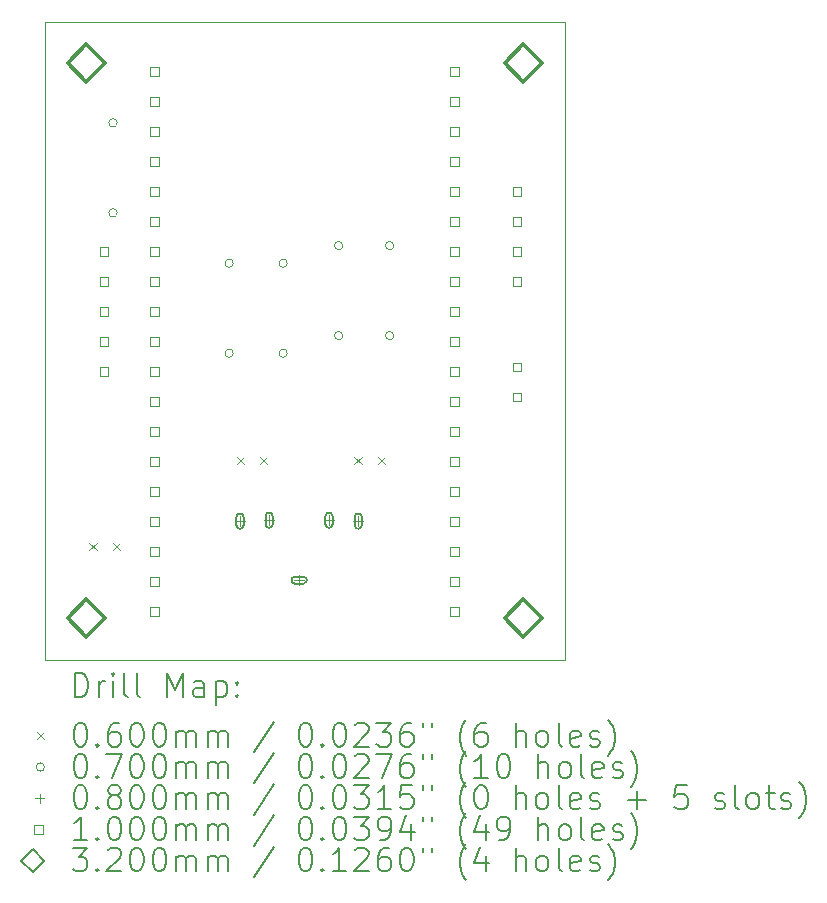
<source format=gbr>
%FSLAX45Y45*%
G04 Gerber Fmt 4.5, Leading zero omitted, Abs format (unit mm)*
G04 Created by KiCad (PCBNEW (6.0.5)) date 2022-06-24 16:52:56*
%MOMM*%
%LPD*%
G01*
G04 APERTURE LIST*
%TA.AperFunction,Profile*%
%ADD10C,0.100000*%
%TD*%
%ADD11C,0.200000*%
%ADD12C,0.060000*%
%ADD13C,0.070000*%
%ADD14C,0.080000*%
%ADD15C,0.100000*%
%ADD16C,0.320000*%
G04 APERTURE END LIST*
D10*
X9300000Y-6450000D02*
X13700000Y-6450000D01*
X13700000Y-6450000D02*
X13700000Y-11850000D01*
X13700000Y-11850000D02*
X9300000Y-11850000D01*
X9300000Y-11850000D02*
X9300000Y-6450000D01*
D11*
D12*
X9676000Y-10865000D02*
X9736000Y-10925000D01*
X9736000Y-10865000D02*
X9676000Y-10925000D01*
X9876000Y-10865000D02*
X9936000Y-10925000D01*
X9936000Y-10865000D02*
X9876000Y-10925000D01*
X10922260Y-10130000D02*
X10982260Y-10190000D01*
X10982260Y-10130000D02*
X10922260Y-10190000D01*
X11122260Y-10130000D02*
X11182260Y-10190000D01*
X11182260Y-10130000D02*
X11122260Y-10190000D01*
X11919560Y-10130000D02*
X11979560Y-10190000D01*
X11979560Y-10130000D02*
X11919560Y-10190000D01*
X12119560Y-10130000D02*
X12179560Y-10190000D01*
X12179560Y-10130000D02*
X12119560Y-10190000D01*
D13*
X9910000Y-7304000D02*
G75*
G03*
X9910000Y-7304000I-35000J0D01*
G01*
X9910000Y-8066000D02*
G75*
G03*
X9910000Y-8066000I-35000J0D01*
G01*
X10892800Y-8493000D02*
G75*
G03*
X10892800Y-8493000I-35000J0D01*
G01*
X10892800Y-9255000D02*
G75*
G03*
X10892800Y-9255000I-35000J0D01*
G01*
X11350000Y-8493000D02*
G75*
G03*
X11350000Y-8493000I-35000J0D01*
G01*
X11350000Y-9255000D02*
G75*
G03*
X11350000Y-9255000I-35000J0D01*
G01*
X11820600Y-8343900D02*
G75*
G03*
X11820600Y-8343900I-35000J0D01*
G01*
X11820600Y-9105900D02*
G75*
G03*
X11820600Y-9105900I-35000J0D01*
G01*
X12252400Y-8343900D02*
G75*
G03*
X12252400Y-8343900I-35000J0D01*
G01*
X12252400Y-9105900D02*
G75*
G03*
X12252400Y-9105900I-35000J0D01*
G01*
D14*
X10950550Y-10636000D02*
X10950550Y-10716000D01*
X10910550Y-10676000D02*
X10990550Y-10676000D01*
D11*
X10980550Y-10711000D02*
X10980550Y-10641000D01*
X10920550Y-10711000D02*
X10920550Y-10641000D01*
X10980550Y-10641000D02*
G75*
G03*
X10920550Y-10641000I-30000J0D01*
G01*
X10920550Y-10711000D02*
G75*
G03*
X10980550Y-10711000I30000J0D01*
G01*
D14*
X11196550Y-10628000D02*
X11196550Y-10708000D01*
X11156550Y-10668000D02*
X11236550Y-10668000D01*
D11*
X11226550Y-10703000D02*
X11226550Y-10633000D01*
X11166550Y-10703000D02*
X11166550Y-10633000D01*
X11226550Y-10633000D02*
G75*
G03*
X11166550Y-10633000I-30000J0D01*
G01*
X11166550Y-10703000D02*
G75*
G03*
X11226550Y-10703000I30000J0D01*
G01*
D14*
X11450550Y-11136000D02*
X11450550Y-11216000D01*
X11410550Y-11176000D02*
X11490550Y-11176000D01*
D11*
X11415550Y-11206000D02*
X11485550Y-11206000D01*
X11415550Y-11146000D02*
X11485550Y-11146000D01*
X11485550Y-11206000D02*
G75*
G03*
X11485550Y-11146000I0J30000D01*
G01*
X11415550Y-11146000D02*
G75*
G03*
X11415550Y-11206000I0J-30000D01*
G01*
D14*
X11703839Y-10628461D02*
X11703839Y-10708461D01*
X11663839Y-10668461D02*
X11743839Y-10668461D01*
D11*
X11733839Y-10703461D02*
X11733839Y-10633461D01*
X11673839Y-10703461D02*
X11673839Y-10633461D01*
X11733839Y-10633461D02*
G75*
G03*
X11673839Y-10633461I-30000J0D01*
G01*
X11673839Y-10703461D02*
G75*
G03*
X11733839Y-10703461I30000J0D01*
G01*
D14*
X11950550Y-10636000D02*
X11950550Y-10716000D01*
X11910550Y-10676000D02*
X11990550Y-10676000D01*
D11*
X11980550Y-10711000D02*
X11980550Y-10641000D01*
X11920550Y-10711000D02*
X11920550Y-10641000D01*
X11980550Y-10641000D02*
G75*
G03*
X11920550Y-10641000I-30000J0D01*
G01*
X11920550Y-10711000D02*
G75*
G03*
X11980550Y-10711000I30000J0D01*
G01*
D15*
X9835356Y-8427856D02*
X9835356Y-8357144D01*
X9764644Y-8357144D01*
X9764644Y-8427856D01*
X9835356Y-8427856D01*
X9835356Y-8681856D02*
X9835356Y-8611144D01*
X9764644Y-8611144D01*
X9764644Y-8681856D01*
X9835356Y-8681856D01*
X9835356Y-8935856D02*
X9835356Y-8865144D01*
X9764644Y-8865144D01*
X9764644Y-8935856D01*
X9835356Y-8935856D01*
X9835356Y-9189856D02*
X9835356Y-9119144D01*
X9764644Y-9119144D01*
X9764644Y-9189856D01*
X9835356Y-9189856D01*
X9835356Y-9443856D02*
X9835356Y-9373144D01*
X9764644Y-9373144D01*
X9764644Y-9443856D01*
X9835356Y-9443856D01*
X10260956Y-6904506D02*
X10260956Y-6833795D01*
X10190245Y-6833795D01*
X10190245Y-6904506D01*
X10260956Y-6904506D01*
X10260956Y-7158506D02*
X10260956Y-7087795D01*
X10190245Y-7087795D01*
X10190245Y-7158506D01*
X10260956Y-7158506D01*
X10260956Y-7412506D02*
X10260956Y-7341795D01*
X10190245Y-7341795D01*
X10190245Y-7412506D01*
X10260956Y-7412506D01*
X10260956Y-7666506D02*
X10260956Y-7595795D01*
X10190245Y-7595795D01*
X10190245Y-7666506D01*
X10260956Y-7666506D01*
X10260956Y-7920506D02*
X10260956Y-7849795D01*
X10190245Y-7849795D01*
X10190245Y-7920506D01*
X10260956Y-7920506D01*
X10260956Y-8174506D02*
X10260956Y-8103795D01*
X10190245Y-8103795D01*
X10190245Y-8174506D01*
X10260956Y-8174506D01*
X10260956Y-8428506D02*
X10260956Y-8357795D01*
X10190245Y-8357795D01*
X10190245Y-8428506D01*
X10260956Y-8428506D01*
X10260956Y-8682506D02*
X10260956Y-8611795D01*
X10190245Y-8611795D01*
X10190245Y-8682506D01*
X10260956Y-8682506D01*
X10260956Y-8936506D02*
X10260956Y-8865795D01*
X10190245Y-8865795D01*
X10190245Y-8936506D01*
X10260956Y-8936506D01*
X10260956Y-9190506D02*
X10260956Y-9119795D01*
X10190245Y-9119795D01*
X10190245Y-9190506D01*
X10260956Y-9190506D01*
X10260956Y-9444506D02*
X10260956Y-9373795D01*
X10190245Y-9373795D01*
X10190245Y-9444506D01*
X10260956Y-9444506D01*
X10260956Y-9698506D02*
X10260956Y-9627795D01*
X10190245Y-9627795D01*
X10190245Y-9698506D01*
X10260956Y-9698506D01*
X10260956Y-9952506D02*
X10260956Y-9881795D01*
X10190245Y-9881795D01*
X10190245Y-9952506D01*
X10260956Y-9952506D01*
X10260956Y-10206506D02*
X10260956Y-10135795D01*
X10190245Y-10135795D01*
X10190245Y-10206506D01*
X10260956Y-10206506D01*
X10260956Y-10460506D02*
X10260956Y-10389795D01*
X10190245Y-10389795D01*
X10190245Y-10460506D01*
X10260956Y-10460506D01*
X10260956Y-10714506D02*
X10260956Y-10643795D01*
X10190245Y-10643795D01*
X10190245Y-10714506D01*
X10260956Y-10714506D01*
X10260956Y-10968506D02*
X10260956Y-10897795D01*
X10190245Y-10897795D01*
X10190245Y-10968506D01*
X10260956Y-10968506D01*
X10260956Y-11222506D02*
X10260956Y-11151795D01*
X10190245Y-11151795D01*
X10190245Y-11222506D01*
X10260956Y-11222506D01*
X10260956Y-11476506D02*
X10260956Y-11405795D01*
X10190245Y-11405795D01*
X10190245Y-11476506D01*
X10260956Y-11476506D01*
X12800956Y-6904506D02*
X12800956Y-6833795D01*
X12730245Y-6833795D01*
X12730245Y-6904506D01*
X12800956Y-6904506D01*
X12800956Y-7158506D02*
X12800956Y-7087795D01*
X12730245Y-7087795D01*
X12730245Y-7158506D01*
X12800956Y-7158506D01*
X12800956Y-7412506D02*
X12800956Y-7341795D01*
X12730245Y-7341795D01*
X12730245Y-7412506D01*
X12800956Y-7412506D01*
X12800956Y-7666506D02*
X12800956Y-7595795D01*
X12730245Y-7595795D01*
X12730245Y-7666506D01*
X12800956Y-7666506D01*
X12800956Y-7920506D02*
X12800956Y-7849795D01*
X12730245Y-7849795D01*
X12730245Y-7920506D01*
X12800956Y-7920506D01*
X12800956Y-8174506D02*
X12800956Y-8103795D01*
X12730245Y-8103795D01*
X12730245Y-8174506D01*
X12800956Y-8174506D01*
X12800956Y-8428506D02*
X12800956Y-8357795D01*
X12730245Y-8357795D01*
X12730245Y-8428506D01*
X12800956Y-8428506D01*
X12800956Y-8682506D02*
X12800956Y-8611795D01*
X12730245Y-8611795D01*
X12730245Y-8682506D01*
X12800956Y-8682506D01*
X12800956Y-8936506D02*
X12800956Y-8865795D01*
X12730245Y-8865795D01*
X12730245Y-8936506D01*
X12800956Y-8936506D01*
X12800956Y-9190506D02*
X12800956Y-9119795D01*
X12730245Y-9119795D01*
X12730245Y-9190506D01*
X12800956Y-9190506D01*
X12800956Y-9444506D02*
X12800956Y-9373795D01*
X12730245Y-9373795D01*
X12730245Y-9444506D01*
X12800956Y-9444506D01*
X12800956Y-9698506D02*
X12800956Y-9627795D01*
X12730245Y-9627795D01*
X12730245Y-9698506D01*
X12800956Y-9698506D01*
X12800956Y-9952506D02*
X12800956Y-9881795D01*
X12730245Y-9881795D01*
X12730245Y-9952506D01*
X12800956Y-9952506D01*
X12800956Y-10206506D02*
X12800956Y-10135795D01*
X12730245Y-10135795D01*
X12730245Y-10206506D01*
X12800956Y-10206506D01*
X12800956Y-10460506D02*
X12800956Y-10389795D01*
X12730245Y-10389795D01*
X12730245Y-10460506D01*
X12800956Y-10460506D01*
X12800956Y-10714506D02*
X12800956Y-10643795D01*
X12730245Y-10643795D01*
X12730245Y-10714506D01*
X12800956Y-10714506D01*
X12800956Y-10968506D02*
X12800956Y-10897795D01*
X12730245Y-10897795D01*
X12730245Y-10968506D01*
X12800956Y-10968506D01*
X12800956Y-11222506D02*
X12800956Y-11151795D01*
X12730245Y-11151795D01*
X12730245Y-11222506D01*
X12800956Y-11222506D01*
X12800956Y-11476506D02*
X12800956Y-11405795D01*
X12730245Y-11405795D01*
X12730245Y-11476506D01*
X12800956Y-11476506D01*
X13332256Y-7922056D02*
X13332256Y-7851344D01*
X13261544Y-7851344D01*
X13261544Y-7922056D01*
X13332256Y-7922056D01*
X13332256Y-8176056D02*
X13332256Y-8105344D01*
X13261544Y-8105344D01*
X13261544Y-8176056D01*
X13332256Y-8176056D01*
X13332256Y-8430056D02*
X13332256Y-8359344D01*
X13261544Y-8359344D01*
X13261544Y-8430056D01*
X13332256Y-8430056D01*
X13332256Y-8684056D02*
X13332256Y-8613344D01*
X13261544Y-8613344D01*
X13261544Y-8684056D01*
X13332256Y-8684056D01*
X13332256Y-9407956D02*
X13332256Y-9337244D01*
X13261544Y-9337244D01*
X13261544Y-9407956D01*
X13332256Y-9407956D01*
X13332256Y-9661956D02*
X13332256Y-9591244D01*
X13261544Y-9591244D01*
X13261544Y-9661956D01*
X13332256Y-9661956D01*
D16*
X9650000Y-6960000D02*
X9810000Y-6800000D01*
X9650000Y-6640000D01*
X9490000Y-6800000D01*
X9650000Y-6960000D01*
X9650000Y-11660000D02*
X9810000Y-11500000D01*
X9650000Y-11340000D01*
X9490000Y-11500000D01*
X9650000Y-11660000D01*
X13350000Y-6960000D02*
X13510000Y-6800000D01*
X13350000Y-6640000D01*
X13190000Y-6800000D01*
X13350000Y-6960000D01*
X13350000Y-11660000D02*
X13510000Y-11500000D01*
X13350000Y-11340000D01*
X13190000Y-11500000D01*
X13350000Y-11660000D01*
D11*
X9552619Y-12165476D02*
X9552619Y-11965476D01*
X9600238Y-11965476D01*
X9628810Y-11975000D01*
X9647857Y-11994048D01*
X9657381Y-12013095D01*
X9666905Y-12051190D01*
X9666905Y-12079762D01*
X9657381Y-12117857D01*
X9647857Y-12136905D01*
X9628810Y-12155952D01*
X9600238Y-12165476D01*
X9552619Y-12165476D01*
X9752619Y-12165476D02*
X9752619Y-12032143D01*
X9752619Y-12070238D02*
X9762143Y-12051190D01*
X9771667Y-12041667D01*
X9790714Y-12032143D01*
X9809762Y-12032143D01*
X9876429Y-12165476D02*
X9876429Y-12032143D01*
X9876429Y-11965476D02*
X9866905Y-11975000D01*
X9876429Y-11984524D01*
X9885952Y-11975000D01*
X9876429Y-11965476D01*
X9876429Y-11984524D01*
X10000238Y-12165476D02*
X9981190Y-12155952D01*
X9971667Y-12136905D01*
X9971667Y-11965476D01*
X10105000Y-12165476D02*
X10085952Y-12155952D01*
X10076429Y-12136905D01*
X10076429Y-11965476D01*
X10333571Y-12165476D02*
X10333571Y-11965476D01*
X10400238Y-12108333D01*
X10466905Y-11965476D01*
X10466905Y-12165476D01*
X10647857Y-12165476D02*
X10647857Y-12060714D01*
X10638333Y-12041667D01*
X10619286Y-12032143D01*
X10581190Y-12032143D01*
X10562143Y-12041667D01*
X10647857Y-12155952D02*
X10628810Y-12165476D01*
X10581190Y-12165476D01*
X10562143Y-12155952D01*
X10552619Y-12136905D01*
X10552619Y-12117857D01*
X10562143Y-12098809D01*
X10581190Y-12089286D01*
X10628810Y-12089286D01*
X10647857Y-12079762D01*
X10743095Y-12032143D02*
X10743095Y-12232143D01*
X10743095Y-12041667D02*
X10762143Y-12032143D01*
X10800238Y-12032143D01*
X10819286Y-12041667D01*
X10828810Y-12051190D01*
X10838333Y-12070238D01*
X10838333Y-12127381D01*
X10828810Y-12146428D01*
X10819286Y-12155952D01*
X10800238Y-12165476D01*
X10762143Y-12165476D01*
X10743095Y-12155952D01*
X10924048Y-12146428D02*
X10933571Y-12155952D01*
X10924048Y-12165476D01*
X10914524Y-12155952D01*
X10924048Y-12146428D01*
X10924048Y-12165476D01*
X10924048Y-12041667D02*
X10933571Y-12051190D01*
X10924048Y-12060714D01*
X10914524Y-12051190D01*
X10924048Y-12041667D01*
X10924048Y-12060714D01*
D12*
X9235000Y-12465000D02*
X9295000Y-12525000D01*
X9295000Y-12465000D02*
X9235000Y-12525000D01*
D11*
X9590714Y-12385476D02*
X9609762Y-12385476D01*
X9628810Y-12395000D01*
X9638333Y-12404524D01*
X9647857Y-12423571D01*
X9657381Y-12461667D01*
X9657381Y-12509286D01*
X9647857Y-12547381D01*
X9638333Y-12566428D01*
X9628810Y-12575952D01*
X9609762Y-12585476D01*
X9590714Y-12585476D01*
X9571667Y-12575952D01*
X9562143Y-12566428D01*
X9552619Y-12547381D01*
X9543095Y-12509286D01*
X9543095Y-12461667D01*
X9552619Y-12423571D01*
X9562143Y-12404524D01*
X9571667Y-12395000D01*
X9590714Y-12385476D01*
X9743095Y-12566428D02*
X9752619Y-12575952D01*
X9743095Y-12585476D01*
X9733571Y-12575952D01*
X9743095Y-12566428D01*
X9743095Y-12585476D01*
X9924048Y-12385476D02*
X9885952Y-12385476D01*
X9866905Y-12395000D01*
X9857381Y-12404524D01*
X9838333Y-12433095D01*
X9828810Y-12471190D01*
X9828810Y-12547381D01*
X9838333Y-12566428D01*
X9847857Y-12575952D01*
X9866905Y-12585476D01*
X9905000Y-12585476D01*
X9924048Y-12575952D01*
X9933571Y-12566428D01*
X9943095Y-12547381D01*
X9943095Y-12499762D01*
X9933571Y-12480714D01*
X9924048Y-12471190D01*
X9905000Y-12461667D01*
X9866905Y-12461667D01*
X9847857Y-12471190D01*
X9838333Y-12480714D01*
X9828810Y-12499762D01*
X10066905Y-12385476D02*
X10085952Y-12385476D01*
X10105000Y-12395000D01*
X10114524Y-12404524D01*
X10124048Y-12423571D01*
X10133571Y-12461667D01*
X10133571Y-12509286D01*
X10124048Y-12547381D01*
X10114524Y-12566428D01*
X10105000Y-12575952D01*
X10085952Y-12585476D01*
X10066905Y-12585476D01*
X10047857Y-12575952D01*
X10038333Y-12566428D01*
X10028810Y-12547381D01*
X10019286Y-12509286D01*
X10019286Y-12461667D01*
X10028810Y-12423571D01*
X10038333Y-12404524D01*
X10047857Y-12395000D01*
X10066905Y-12385476D01*
X10257381Y-12385476D02*
X10276429Y-12385476D01*
X10295476Y-12395000D01*
X10305000Y-12404524D01*
X10314524Y-12423571D01*
X10324048Y-12461667D01*
X10324048Y-12509286D01*
X10314524Y-12547381D01*
X10305000Y-12566428D01*
X10295476Y-12575952D01*
X10276429Y-12585476D01*
X10257381Y-12585476D01*
X10238333Y-12575952D01*
X10228810Y-12566428D01*
X10219286Y-12547381D01*
X10209762Y-12509286D01*
X10209762Y-12461667D01*
X10219286Y-12423571D01*
X10228810Y-12404524D01*
X10238333Y-12395000D01*
X10257381Y-12385476D01*
X10409762Y-12585476D02*
X10409762Y-12452143D01*
X10409762Y-12471190D02*
X10419286Y-12461667D01*
X10438333Y-12452143D01*
X10466905Y-12452143D01*
X10485952Y-12461667D01*
X10495476Y-12480714D01*
X10495476Y-12585476D01*
X10495476Y-12480714D02*
X10505000Y-12461667D01*
X10524048Y-12452143D01*
X10552619Y-12452143D01*
X10571667Y-12461667D01*
X10581190Y-12480714D01*
X10581190Y-12585476D01*
X10676429Y-12585476D02*
X10676429Y-12452143D01*
X10676429Y-12471190D02*
X10685952Y-12461667D01*
X10705000Y-12452143D01*
X10733571Y-12452143D01*
X10752619Y-12461667D01*
X10762143Y-12480714D01*
X10762143Y-12585476D01*
X10762143Y-12480714D02*
X10771667Y-12461667D01*
X10790714Y-12452143D01*
X10819286Y-12452143D01*
X10838333Y-12461667D01*
X10847857Y-12480714D01*
X10847857Y-12585476D01*
X11238333Y-12375952D02*
X11066905Y-12633095D01*
X11495476Y-12385476D02*
X11514524Y-12385476D01*
X11533571Y-12395000D01*
X11543095Y-12404524D01*
X11552619Y-12423571D01*
X11562143Y-12461667D01*
X11562143Y-12509286D01*
X11552619Y-12547381D01*
X11543095Y-12566428D01*
X11533571Y-12575952D01*
X11514524Y-12585476D01*
X11495476Y-12585476D01*
X11476428Y-12575952D01*
X11466905Y-12566428D01*
X11457381Y-12547381D01*
X11447857Y-12509286D01*
X11447857Y-12461667D01*
X11457381Y-12423571D01*
X11466905Y-12404524D01*
X11476428Y-12395000D01*
X11495476Y-12385476D01*
X11647857Y-12566428D02*
X11657381Y-12575952D01*
X11647857Y-12585476D01*
X11638333Y-12575952D01*
X11647857Y-12566428D01*
X11647857Y-12585476D01*
X11781190Y-12385476D02*
X11800238Y-12385476D01*
X11819286Y-12395000D01*
X11828809Y-12404524D01*
X11838333Y-12423571D01*
X11847857Y-12461667D01*
X11847857Y-12509286D01*
X11838333Y-12547381D01*
X11828809Y-12566428D01*
X11819286Y-12575952D01*
X11800238Y-12585476D01*
X11781190Y-12585476D01*
X11762143Y-12575952D01*
X11752619Y-12566428D01*
X11743095Y-12547381D01*
X11733571Y-12509286D01*
X11733571Y-12461667D01*
X11743095Y-12423571D01*
X11752619Y-12404524D01*
X11762143Y-12395000D01*
X11781190Y-12385476D01*
X11924048Y-12404524D02*
X11933571Y-12395000D01*
X11952619Y-12385476D01*
X12000238Y-12385476D01*
X12019286Y-12395000D01*
X12028809Y-12404524D01*
X12038333Y-12423571D01*
X12038333Y-12442619D01*
X12028809Y-12471190D01*
X11914524Y-12585476D01*
X12038333Y-12585476D01*
X12105000Y-12385476D02*
X12228809Y-12385476D01*
X12162143Y-12461667D01*
X12190714Y-12461667D01*
X12209762Y-12471190D01*
X12219286Y-12480714D01*
X12228809Y-12499762D01*
X12228809Y-12547381D01*
X12219286Y-12566428D01*
X12209762Y-12575952D01*
X12190714Y-12585476D01*
X12133571Y-12585476D01*
X12114524Y-12575952D01*
X12105000Y-12566428D01*
X12400238Y-12385476D02*
X12362143Y-12385476D01*
X12343095Y-12395000D01*
X12333571Y-12404524D01*
X12314524Y-12433095D01*
X12305000Y-12471190D01*
X12305000Y-12547381D01*
X12314524Y-12566428D01*
X12324048Y-12575952D01*
X12343095Y-12585476D01*
X12381190Y-12585476D01*
X12400238Y-12575952D01*
X12409762Y-12566428D01*
X12419286Y-12547381D01*
X12419286Y-12499762D01*
X12409762Y-12480714D01*
X12400238Y-12471190D01*
X12381190Y-12461667D01*
X12343095Y-12461667D01*
X12324048Y-12471190D01*
X12314524Y-12480714D01*
X12305000Y-12499762D01*
X12495476Y-12385476D02*
X12495476Y-12423571D01*
X12571667Y-12385476D02*
X12571667Y-12423571D01*
X12866905Y-12661667D02*
X12857381Y-12652143D01*
X12838333Y-12623571D01*
X12828809Y-12604524D01*
X12819286Y-12575952D01*
X12809762Y-12528333D01*
X12809762Y-12490238D01*
X12819286Y-12442619D01*
X12828809Y-12414048D01*
X12838333Y-12395000D01*
X12857381Y-12366428D01*
X12866905Y-12356905D01*
X13028809Y-12385476D02*
X12990714Y-12385476D01*
X12971667Y-12395000D01*
X12962143Y-12404524D01*
X12943095Y-12433095D01*
X12933571Y-12471190D01*
X12933571Y-12547381D01*
X12943095Y-12566428D01*
X12952619Y-12575952D01*
X12971667Y-12585476D01*
X13009762Y-12585476D01*
X13028809Y-12575952D01*
X13038333Y-12566428D01*
X13047857Y-12547381D01*
X13047857Y-12499762D01*
X13038333Y-12480714D01*
X13028809Y-12471190D01*
X13009762Y-12461667D01*
X12971667Y-12461667D01*
X12952619Y-12471190D01*
X12943095Y-12480714D01*
X12933571Y-12499762D01*
X13285952Y-12585476D02*
X13285952Y-12385476D01*
X13371667Y-12585476D02*
X13371667Y-12480714D01*
X13362143Y-12461667D01*
X13343095Y-12452143D01*
X13314524Y-12452143D01*
X13295476Y-12461667D01*
X13285952Y-12471190D01*
X13495476Y-12585476D02*
X13476428Y-12575952D01*
X13466905Y-12566428D01*
X13457381Y-12547381D01*
X13457381Y-12490238D01*
X13466905Y-12471190D01*
X13476428Y-12461667D01*
X13495476Y-12452143D01*
X13524048Y-12452143D01*
X13543095Y-12461667D01*
X13552619Y-12471190D01*
X13562143Y-12490238D01*
X13562143Y-12547381D01*
X13552619Y-12566428D01*
X13543095Y-12575952D01*
X13524048Y-12585476D01*
X13495476Y-12585476D01*
X13676428Y-12585476D02*
X13657381Y-12575952D01*
X13647857Y-12556905D01*
X13647857Y-12385476D01*
X13828809Y-12575952D02*
X13809762Y-12585476D01*
X13771667Y-12585476D01*
X13752619Y-12575952D01*
X13743095Y-12556905D01*
X13743095Y-12480714D01*
X13752619Y-12461667D01*
X13771667Y-12452143D01*
X13809762Y-12452143D01*
X13828809Y-12461667D01*
X13838333Y-12480714D01*
X13838333Y-12499762D01*
X13743095Y-12518809D01*
X13914524Y-12575952D02*
X13933571Y-12585476D01*
X13971667Y-12585476D01*
X13990714Y-12575952D01*
X14000238Y-12556905D01*
X14000238Y-12547381D01*
X13990714Y-12528333D01*
X13971667Y-12518809D01*
X13943095Y-12518809D01*
X13924048Y-12509286D01*
X13914524Y-12490238D01*
X13914524Y-12480714D01*
X13924048Y-12461667D01*
X13943095Y-12452143D01*
X13971667Y-12452143D01*
X13990714Y-12461667D01*
X14066905Y-12661667D02*
X14076428Y-12652143D01*
X14095476Y-12623571D01*
X14105000Y-12604524D01*
X14114524Y-12575952D01*
X14124048Y-12528333D01*
X14124048Y-12490238D01*
X14114524Y-12442619D01*
X14105000Y-12414048D01*
X14095476Y-12395000D01*
X14076428Y-12366428D01*
X14066905Y-12356905D01*
D13*
X9295000Y-12759000D02*
G75*
G03*
X9295000Y-12759000I-35000J0D01*
G01*
D11*
X9590714Y-12649476D02*
X9609762Y-12649476D01*
X9628810Y-12659000D01*
X9638333Y-12668524D01*
X9647857Y-12687571D01*
X9657381Y-12725667D01*
X9657381Y-12773286D01*
X9647857Y-12811381D01*
X9638333Y-12830428D01*
X9628810Y-12839952D01*
X9609762Y-12849476D01*
X9590714Y-12849476D01*
X9571667Y-12839952D01*
X9562143Y-12830428D01*
X9552619Y-12811381D01*
X9543095Y-12773286D01*
X9543095Y-12725667D01*
X9552619Y-12687571D01*
X9562143Y-12668524D01*
X9571667Y-12659000D01*
X9590714Y-12649476D01*
X9743095Y-12830428D02*
X9752619Y-12839952D01*
X9743095Y-12849476D01*
X9733571Y-12839952D01*
X9743095Y-12830428D01*
X9743095Y-12849476D01*
X9819286Y-12649476D02*
X9952619Y-12649476D01*
X9866905Y-12849476D01*
X10066905Y-12649476D02*
X10085952Y-12649476D01*
X10105000Y-12659000D01*
X10114524Y-12668524D01*
X10124048Y-12687571D01*
X10133571Y-12725667D01*
X10133571Y-12773286D01*
X10124048Y-12811381D01*
X10114524Y-12830428D01*
X10105000Y-12839952D01*
X10085952Y-12849476D01*
X10066905Y-12849476D01*
X10047857Y-12839952D01*
X10038333Y-12830428D01*
X10028810Y-12811381D01*
X10019286Y-12773286D01*
X10019286Y-12725667D01*
X10028810Y-12687571D01*
X10038333Y-12668524D01*
X10047857Y-12659000D01*
X10066905Y-12649476D01*
X10257381Y-12649476D02*
X10276429Y-12649476D01*
X10295476Y-12659000D01*
X10305000Y-12668524D01*
X10314524Y-12687571D01*
X10324048Y-12725667D01*
X10324048Y-12773286D01*
X10314524Y-12811381D01*
X10305000Y-12830428D01*
X10295476Y-12839952D01*
X10276429Y-12849476D01*
X10257381Y-12849476D01*
X10238333Y-12839952D01*
X10228810Y-12830428D01*
X10219286Y-12811381D01*
X10209762Y-12773286D01*
X10209762Y-12725667D01*
X10219286Y-12687571D01*
X10228810Y-12668524D01*
X10238333Y-12659000D01*
X10257381Y-12649476D01*
X10409762Y-12849476D02*
X10409762Y-12716143D01*
X10409762Y-12735190D02*
X10419286Y-12725667D01*
X10438333Y-12716143D01*
X10466905Y-12716143D01*
X10485952Y-12725667D01*
X10495476Y-12744714D01*
X10495476Y-12849476D01*
X10495476Y-12744714D02*
X10505000Y-12725667D01*
X10524048Y-12716143D01*
X10552619Y-12716143D01*
X10571667Y-12725667D01*
X10581190Y-12744714D01*
X10581190Y-12849476D01*
X10676429Y-12849476D02*
X10676429Y-12716143D01*
X10676429Y-12735190D02*
X10685952Y-12725667D01*
X10705000Y-12716143D01*
X10733571Y-12716143D01*
X10752619Y-12725667D01*
X10762143Y-12744714D01*
X10762143Y-12849476D01*
X10762143Y-12744714D02*
X10771667Y-12725667D01*
X10790714Y-12716143D01*
X10819286Y-12716143D01*
X10838333Y-12725667D01*
X10847857Y-12744714D01*
X10847857Y-12849476D01*
X11238333Y-12639952D02*
X11066905Y-12897095D01*
X11495476Y-12649476D02*
X11514524Y-12649476D01*
X11533571Y-12659000D01*
X11543095Y-12668524D01*
X11552619Y-12687571D01*
X11562143Y-12725667D01*
X11562143Y-12773286D01*
X11552619Y-12811381D01*
X11543095Y-12830428D01*
X11533571Y-12839952D01*
X11514524Y-12849476D01*
X11495476Y-12849476D01*
X11476428Y-12839952D01*
X11466905Y-12830428D01*
X11457381Y-12811381D01*
X11447857Y-12773286D01*
X11447857Y-12725667D01*
X11457381Y-12687571D01*
X11466905Y-12668524D01*
X11476428Y-12659000D01*
X11495476Y-12649476D01*
X11647857Y-12830428D02*
X11657381Y-12839952D01*
X11647857Y-12849476D01*
X11638333Y-12839952D01*
X11647857Y-12830428D01*
X11647857Y-12849476D01*
X11781190Y-12649476D02*
X11800238Y-12649476D01*
X11819286Y-12659000D01*
X11828809Y-12668524D01*
X11838333Y-12687571D01*
X11847857Y-12725667D01*
X11847857Y-12773286D01*
X11838333Y-12811381D01*
X11828809Y-12830428D01*
X11819286Y-12839952D01*
X11800238Y-12849476D01*
X11781190Y-12849476D01*
X11762143Y-12839952D01*
X11752619Y-12830428D01*
X11743095Y-12811381D01*
X11733571Y-12773286D01*
X11733571Y-12725667D01*
X11743095Y-12687571D01*
X11752619Y-12668524D01*
X11762143Y-12659000D01*
X11781190Y-12649476D01*
X11924048Y-12668524D02*
X11933571Y-12659000D01*
X11952619Y-12649476D01*
X12000238Y-12649476D01*
X12019286Y-12659000D01*
X12028809Y-12668524D01*
X12038333Y-12687571D01*
X12038333Y-12706619D01*
X12028809Y-12735190D01*
X11914524Y-12849476D01*
X12038333Y-12849476D01*
X12105000Y-12649476D02*
X12238333Y-12649476D01*
X12152619Y-12849476D01*
X12400238Y-12649476D02*
X12362143Y-12649476D01*
X12343095Y-12659000D01*
X12333571Y-12668524D01*
X12314524Y-12697095D01*
X12305000Y-12735190D01*
X12305000Y-12811381D01*
X12314524Y-12830428D01*
X12324048Y-12839952D01*
X12343095Y-12849476D01*
X12381190Y-12849476D01*
X12400238Y-12839952D01*
X12409762Y-12830428D01*
X12419286Y-12811381D01*
X12419286Y-12763762D01*
X12409762Y-12744714D01*
X12400238Y-12735190D01*
X12381190Y-12725667D01*
X12343095Y-12725667D01*
X12324048Y-12735190D01*
X12314524Y-12744714D01*
X12305000Y-12763762D01*
X12495476Y-12649476D02*
X12495476Y-12687571D01*
X12571667Y-12649476D02*
X12571667Y-12687571D01*
X12866905Y-12925667D02*
X12857381Y-12916143D01*
X12838333Y-12887571D01*
X12828809Y-12868524D01*
X12819286Y-12839952D01*
X12809762Y-12792333D01*
X12809762Y-12754238D01*
X12819286Y-12706619D01*
X12828809Y-12678048D01*
X12838333Y-12659000D01*
X12857381Y-12630428D01*
X12866905Y-12620905D01*
X13047857Y-12849476D02*
X12933571Y-12849476D01*
X12990714Y-12849476D02*
X12990714Y-12649476D01*
X12971667Y-12678048D01*
X12952619Y-12697095D01*
X12933571Y-12706619D01*
X13171667Y-12649476D02*
X13190714Y-12649476D01*
X13209762Y-12659000D01*
X13219286Y-12668524D01*
X13228809Y-12687571D01*
X13238333Y-12725667D01*
X13238333Y-12773286D01*
X13228809Y-12811381D01*
X13219286Y-12830428D01*
X13209762Y-12839952D01*
X13190714Y-12849476D01*
X13171667Y-12849476D01*
X13152619Y-12839952D01*
X13143095Y-12830428D01*
X13133571Y-12811381D01*
X13124048Y-12773286D01*
X13124048Y-12725667D01*
X13133571Y-12687571D01*
X13143095Y-12668524D01*
X13152619Y-12659000D01*
X13171667Y-12649476D01*
X13476428Y-12849476D02*
X13476428Y-12649476D01*
X13562143Y-12849476D02*
X13562143Y-12744714D01*
X13552619Y-12725667D01*
X13533571Y-12716143D01*
X13505000Y-12716143D01*
X13485952Y-12725667D01*
X13476428Y-12735190D01*
X13685952Y-12849476D02*
X13666905Y-12839952D01*
X13657381Y-12830428D01*
X13647857Y-12811381D01*
X13647857Y-12754238D01*
X13657381Y-12735190D01*
X13666905Y-12725667D01*
X13685952Y-12716143D01*
X13714524Y-12716143D01*
X13733571Y-12725667D01*
X13743095Y-12735190D01*
X13752619Y-12754238D01*
X13752619Y-12811381D01*
X13743095Y-12830428D01*
X13733571Y-12839952D01*
X13714524Y-12849476D01*
X13685952Y-12849476D01*
X13866905Y-12849476D02*
X13847857Y-12839952D01*
X13838333Y-12820905D01*
X13838333Y-12649476D01*
X14019286Y-12839952D02*
X14000238Y-12849476D01*
X13962143Y-12849476D01*
X13943095Y-12839952D01*
X13933571Y-12820905D01*
X13933571Y-12744714D01*
X13943095Y-12725667D01*
X13962143Y-12716143D01*
X14000238Y-12716143D01*
X14019286Y-12725667D01*
X14028809Y-12744714D01*
X14028809Y-12763762D01*
X13933571Y-12782809D01*
X14105000Y-12839952D02*
X14124048Y-12849476D01*
X14162143Y-12849476D01*
X14181190Y-12839952D01*
X14190714Y-12820905D01*
X14190714Y-12811381D01*
X14181190Y-12792333D01*
X14162143Y-12782809D01*
X14133571Y-12782809D01*
X14114524Y-12773286D01*
X14105000Y-12754238D01*
X14105000Y-12744714D01*
X14114524Y-12725667D01*
X14133571Y-12716143D01*
X14162143Y-12716143D01*
X14181190Y-12725667D01*
X14257381Y-12925667D02*
X14266905Y-12916143D01*
X14285952Y-12887571D01*
X14295476Y-12868524D01*
X14305000Y-12839952D01*
X14314524Y-12792333D01*
X14314524Y-12754238D01*
X14305000Y-12706619D01*
X14295476Y-12678048D01*
X14285952Y-12659000D01*
X14266905Y-12630428D01*
X14257381Y-12620905D01*
D14*
X9255000Y-12983000D02*
X9255000Y-13063000D01*
X9215000Y-13023000D02*
X9295000Y-13023000D01*
D11*
X9590714Y-12913476D02*
X9609762Y-12913476D01*
X9628810Y-12923000D01*
X9638333Y-12932524D01*
X9647857Y-12951571D01*
X9657381Y-12989667D01*
X9657381Y-13037286D01*
X9647857Y-13075381D01*
X9638333Y-13094428D01*
X9628810Y-13103952D01*
X9609762Y-13113476D01*
X9590714Y-13113476D01*
X9571667Y-13103952D01*
X9562143Y-13094428D01*
X9552619Y-13075381D01*
X9543095Y-13037286D01*
X9543095Y-12989667D01*
X9552619Y-12951571D01*
X9562143Y-12932524D01*
X9571667Y-12923000D01*
X9590714Y-12913476D01*
X9743095Y-13094428D02*
X9752619Y-13103952D01*
X9743095Y-13113476D01*
X9733571Y-13103952D01*
X9743095Y-13094428D01*
X9743095Y-13113476D01*
X9866905Y-12999190D02*
X9847857Y-12989667D01*
X9838333Y-12980143D01*
X9828810Y-12961095D01*
X9828810Y-12951571D01*
X9838333Y-12932524D01*
X9847857Y-12923000D01*
X9866905Y-12913476D01*
X9905000Y-12913476D01*
X9924048Y-12923000D01*
X9933571Y-12932524D01*
X9943095Y-12951571D01*
X9943095Y-12961095D01*
X9933571Y-12980143D01*
X9924048Y-12989667D01*
X9905000Y-12999190D01*
X9866905Y-12999190D01*
X9847857Y-13008714D01*
X9838333Y-13018238D01*
X9828810Y-13037286D01*
X9828810Y-13075381D01*
X9838333Y-13094428D01*
X9847857Y-13103952D01*
X9866905Y-13113476D01*
X9905000Y-13113476D01*
X9924048Y-13103952D01*
X9933571Y-13094428D01*
X9943095Y-13075381D01*
X9943095Y-13037286D01*
X9933571Y-13018238D01*
X9924048Y-13008714D01*
X9905000Y-12999190D01*
X10066905Y-12913476D02*
X10085952Y-12913476D01*
X10105000Y-12923000D01*
X10114524Y-12932524D01*
X10124048Y-12951571D01*
X10133571Y-12989667D01*
X10133571Y-13037286D01*
X10124048Y-13075381D01*
X10114524Y-13094428D01*
X10105000Y-13103952D01*
X10085952Y-13113476D01*
X10066905Y-13113476D01*
X10047857Y-13103952D01*
X10038333Y-13094428D01*
X10028810Y-13075381D01*
X10019286Y-13037286D01*
X10019286Y-12989667D01*
X10028810Y-12951571D01*
X10038333Y-12932524D01*
X10047857Y-12923000D01*
X10066905Y-12913476D01*
X10257381Y-12913476D02*
X10276429Y-12913476D01*
X10295476Y-12923000D01*
X10305000Y-12932524D01*
X10314524Y-12951571D01*
X10324048Y-12989667D01*
X10324048Y-13037286D01*
X10314524Y-13075381D01*
X10305000Y-13094428D01*
X10295476Y-13103952D01*
X10276429Y-13113476D01*
X10257381Y-13113476D01*
X10238333Y-13103952D01*
X10228810Y-13094428D01*
X10219286Y-13075381D01*
X10209762Y-13037286D01*
X10209762Y-12989667D01*
X10219286Y-12951571D01*
X10228810Y-12932524D01*
X10238333Y-12923000D01*
X10257381Y-12913476D01*
X10409762Y-13113476D02*
X10409762Y-12980143D01*
X10409762Y-12999190D02*
X10419286Y-12989667D01*
X10438333Y-12980143D01*
X10466905Y-12980143D01*
X10485952Y-12989667D01*
X10495476Y-13008714D01*
X10495476Y-13113476D01*
X10495476Y-13008714D02*
X10505000Y-12989667D01*
X10524048Y-12980143D01*
X10552619Y-12980143D01*
X10571667Y-12989667D01*
X10581190Y-13008714D01*
X10581190Y-13113476D01*
X10676429Y-13113476D02*
X10676429Y-12980143D01*
X10676429Y-12999190D02*
X10685952Y-12989667D01*
X10705000Y-12980143D01*
X10733571Y-12980143D01*
X10752619Y-12989667D01*
X10762143Y-13008714D01*
X10762143Y-13113476D01*
X10762143Y-13008714D02*
X10771667Y-12989667D01*
X10790714Y-12980143D01*
X10819286Y-12980143D01*
X10838333Y-12989667D01*
X10847857Y-13008714D01*
X10847857Y-13113476D01*
X11238333Y-12903952D02*
X11066905Y-13161095D01*
X11495476Y-12913476D02*
X11514524Y-12913476D01*
X11533571Y-12923000D01*
X11543095Y-12932524D01*
X11552619Y-12951571D01*
X11562143Y-12989667D01*
X11562143Y-13037286D01*
X11552619Y-13075381D01*
X11543095Y-13094428D01*
X11533571Y-13103952D01*
X11514524Y-13113476D01*
X11495476Y-13113476D01*
X11476428Y-13103952D01*
X11466905Y-13094428D01*
X11457381Y-13075381D01*
X11447857Y-13037286D01*
X11447857Y-12989667D01*
X11457381Y-12951571D01*
X11466905Y-12932524D01*
X11476428Y-12923000D01*
X11495476Y-12913476D01*
X11647857Y-13094428D02*
X11657381Y-13103952D01*
X11647857Y-13113476D01*
X11638333Y-13103952D01*
X11647857Y-13094428D01*
X11647857Y-13113476D01*
X11781190Y-12913476D02*
X11800238Y-12913476D01*
X11819286Y-12923000D01*
X11828809Y-12932524D01*
X11838333Y-12951571D01*
X11847857Y-12989667D01*
X11847857Y-13037286D01*
X11838333Y-13075381D01*
X11828809Y-13094428D01*
X11819286Y-13103952D01*
X11800238Y-13113476D01*
X11781190Y-13113476D01*
X11762143Y-13103952D01*
X11752619Y-13094428D01*
X11743095Y-13075381D01*
X11733571Y-13037286D01*
X11733571Y-12989667D01*
X11743095Y-12951571D01*
X11752619Y-12932524D01*
X11762143Y-12923000D01*
X11781190Y-12913476D01*
X11914524Y-12913476D02*
X12038333Y-12913476D01*
X11971667Y-12989667D01*
X12000238Y-12989667D01*
X12019286Y-12999190D01*
X12028809Y-13008714D01*
X12038333Y-13027762D01*
X12038333Y-13075381D01*
X12028809Y-13094428D01*
X12019286Y-13103952D01*
X12000238Y-13113476D01*
X11943095Y-13113476D01*
X11924048Y-13103952D01*
X11914524Y-13094428D01*
X12228809Y-13113476D02*
X12114524Y-13113476D01*
X12171667Y-13113476D02*
X12171667Y-12913476D01*
X12152619Y-12942048D01*
X12133571Y-12961095D01*
X12114524Y-12970619D01*
X12409762Y-12913476D02*
X12314524Y-12913476D01*
X12305000Y-13008714D01*
X12314524Y-12999190D01*
X12333571Y-12989667D01*
X12381190Y-12989667D01*
X12400238Y-12999190D01*
X12409762Y-13008714D01*
X12419286Y-13027762D01*
X12419286Y-13075381D01*
X12409762Y-13094428D01*
X12400238Y-13103952D01*
X12381190Y-13113476D01*
X12333571Y-13113476D01*
X12314524Y-13103952D01*
X12305000Y-13094428D01*
X12495476Y-12913476D02*
X12495476Y-12951571D01*
X12571667Y-12913476D02*
X12571667Y-12951571D01*
X12866905Y-13189667D02*
X12857381Y-13180143D01*
X12838333Y-13151571D01*
X12828809Y-13132524D01*
X12819286Y-13103952D01*
X12809762Y-13056333D01*
X12809762Y-13018238D01*
X12819286Y-12970619D01*
X12828809Y-12942048D01*
X12838333Y-12923000D01*
X12857381Y-12894428D01*
X12866905Y-12884905D01*
X12981190Y-12913476D02*
X13000238Y-12913476D01*
X13019286Y-12923000D01*
X13028809Y-12932524D01*
X13038333Y-12951571D01*
X13047857Y-12989667D01*
X13047857Y-13037286D01*
X13038333Y-13075381D01*
X13028809Y-13094428D01*
X13019286Y-13103952D01*
X13000238Y-13113476D01*
X12981190Y-13113476D01*
X12962143Y-13103952D01*
X12952619Y-13094428D01*
X12943095Y-13075381D01*
X12933571Y-13037286D01*
X12933571Y-12989667D01*
X12943095Y-12951571D01*
X12952619Y-12932524D01*
X12962143Y-12923000D01*
X12981190Y-12913476D01*
X13285952Y-13113476D02*
X13285952Y-12913476D01*
X13371667Y-13113476D02*
X13371667Y-13008714D01*
X13362143Y-12989667D01*
X13343095Y-12980143D01*
X13314524Y-12980143D01*
X13295476Y-12989667D01*
X13285952Y-12999190D01*
X13495476Y-13113476D02*
X13476428Y-13103952D01*
X13466905Y-13094428D01*
X13457381Y-13075381D01*
X13457381Y-13018238D01*
X13466905Y-12999190D01*
X13476428Y-12989667D01*
X13495476Y-12980143D01*
X13524048Y-12980143D01*
X13543095Y-12989667D01*
X13552619Y-12999190D01*
X13562143Y-13018238D01*
X13562143Y-13075381D01*
X13552619Y-13094428D01*
X13543095Y-13103952D01*
X13524048Y-13113476D01*
X13495476Y-13113476D01*
X13676428Y-13113476D02*
X13657381Y-13103952D01*
X13647857Y-13084905D01*
X13647857Y-12913476D01*
X13828809Y-13103952D02*
X13809762Y-13113476D01*
X13771667Y-13113476D01*
X13752619Y-13103952D01*
X13743095Y-13084905D01*
X13743095Y-13008714D01*
X13752619Y-12989667D01*
X13771667Y-12980143D01*
X13809762Y-12980143D01*
X13828809Y-12989667D01*
X13838333Y-13008714D01*
X13838333Y-13027762D01*
X13743095Y-13046809D01*
X13914524Y-13103952D02*
X13933571Y-13113476D01*
X13971667Y-13113476D01*
X13990714Y-13103952D01*
X14000238Y-13084905D01*
X14000238Y-13075381D01*
X13990714Y-13056333D01*
X13971667Y-13046809D01*
X13943095Y-13046809D01*
X13924048Y-13037286D01*
X13914524Y-13018238D01*
X13914524Y-13008714D01*
X13924048Y-12989667D01*
X13943095Y-12980143D01*
X13971667Y-12980143D01*
X13990714Y-12989667D01*
X14238333Y-13037286D02*
X14390714Y-13037286D01*
X14314524Y-13113476D02*
X14314524Y-12961095D01*
X14733571Y-12913476D02*
X14638333Y-12913476D01*
X14628809Y-13008714D01*
X14638333Y-12999190D01*
X14657381Y-12989667D01*
X14705000Y-12989667D01*
X14724048Y-12999190D01*
X14733571Y-13008714D01*
X14743095Y-13027762D01*
X14743095Y-13075381D01*
X14733571Y-13094428D01*
X14724048Y-13103952D01*
X14705000Y-13113476D01*
X14657381Y-13113476D01*
X14638333Y-13103952D01*
X14628809Y-13094428D01*
X14971667Y-13103952D02*
X14990714Y-13113476D01*
X15028809Y-13113476D01*
X15047857Y-13103952D01*
X15057381Y-13084905D01*
X15057381Y-13075381D01*
X15047857Y-13056333D01*
X15028809Y-13046809D01*
X15000238Y-13046809D01*
X14981190Y-13037286D01*
X14971667Y-13018238D01*
X14971667Y-13008714D01*
X14981190Y-12989667D01*
X15000238Y-12980143D01*
X15028809Y-12980143D01*
X15047857Y-12989667D01*
X15171667Y-13113476D02*
X15152619Y-13103952D01*
X15143095Y-13084905D01*
X15143095Y-12913476D01*
X15276428Y-13113476D02*
X15257381Y-13103952D01*
X15247857Y-13094428D01*
X15238333Y-13075381D01*
X15238333Y-13018238D01*
X15247857Y-12999190D01*
X15257381Y-12989667D01*
X15276428Y-12980143D01*
X15305000Y-12980143D01*
X15324048Y-12989667D01*
X15333571Y-12999190D01*
X15343095Y-13018238D01*
X15343095Y-13075381D01*
X15333571Y-13094428D01*
X15324048Y-13103952D01*
X15305000Y-13113476D01*
X15276428Y-13113476D01*
X15400238Y-12980143D02*
X15476428Y-12980143D01*
X15428809Y-12913476D02*
X15428809Y-13084905D01*
X15438333Y-13103952D01*
X15457381Y-13113476D01*
X15476428Y-13113476D01*
X15533571Y-13103952D02*
X15552619Y-13113476D01*
X15590714Y-13113476D01*
X15609762Y-13103952D01*
X15619286Y-13084905D01*
X15619286Y-13075381D01*
X15609762Y-13056333D01*
X15590714Y-13046809D01*
X15562143Y-13046809D01*
X15543095Y-13037286D01*
X15533571Y-13018238D01*
X15533571Y-13008714D01*
X15543095Y-12989667D01*
X15562143Y-12980143D01*
X15590714Y-12980143D01*
X15609762Y-12989667D01*
X15685952Y-13189667D02*
X15695476Y-13180143D01*
X15714524Y-13151571D01*
X15724048Y-13132524D01*
X15733571Y-13103952D01*
X15743095Y-13056333D01*
X15743095Y-13018238D01*
X15733571Y-12970619D01*
X15724048Y-12942048D01*
X15714524Y-12923000D01*
X15695476Y-12894428D01*
X15685952Y-12884905D01*
D15*
X9280356Y-13322356D02*
X9280356Y-13251644D01*
X9209644Y-13251644D01*
X9209644Y-13322356D01*
X9280356Y-13322356D01*
D11*
X9657381Y-13377476D02*
X9543095Y-13377476D01*
X9600238Y-13377476D02*
X9600238Y-13177476D01*
X9581190Y-13206048D01*
X9562143Y-13225095D01*
X9543095Y-13234619D01*
X9743095Y-13358428D02*
X9752619Y-13367952D01*
X9743095Y-13377476D01*
X9733571Y-13367952D01*
X9743095Y-13358428D01*
X9743095Y-13377476D01*
X9876429Y-13177476D02*
X9895476Y-13177476D01*
X9914524Y-13187000D01*
X9924048Y-13196524D01*
X9933571Y-13215571D01*
X9943095Y-13253667D01*
X9943095Y-13301286D01*
X9933571Y-13339381D01*
X9924048Y-13358428D01*
X9914524Y-13367952D01*
X9895476Y-13377476D01*
X9876429Y-13377476D01*
X9857381Y-13367952D01*
X9847857Y-13358428D01*
X9838333Y-13339381D01*
X9828810Y-13301286D01*
X9828810Y-13253667D01*
X9838333Y-13215571D01*
X9847857Y-13196524D01*
X9857381Y-13187000D01*
X9876429Y-13177476D01*
X10066905Y-13177476D02*
X10085952Y-13177476D01*
X10105000Y-13187000D01*
X10114524Y-13196524D01*
X10124048Y-13215571D01*
X10133571Y-13253667D01*
X10133571Y-13301286D01*
X10124048Y-13339381D01*
X10114524Y-13358428D01*
X10105000Y-13367952D01*
X10085952Y-13377476D01*
X10066905Y-13377476D01*
X10047857Y-13367952D01*
X10038333Y-13358428D01*
X10028810Y-13339381D01*
X10019286Y-13301286D01*
X10019286Y-13253667D01*
X10028810Y-13215571D01*
X10038333Y-13196524D01*
X10047857Y-13187000D01*
X10066905Y-13177476D01*
X10257381Y-13177476D02*
X10276429Y-13177476D01*
X10295476Y-13187000D01*
X10305000Y-13196524D01*
X10314524Y-13215571D01*
X10324048Y-13253667D01*
X10324048Y-13301286D01*
X10314524Y-13339381D01*
X10305000Y-13358428D01*
X10295476Y-13367952D01*
X10276429Y-13377476D01*
X10257381Y-13377476D01*
X10238333Y-13367952D01*
X10228810Y-13358428D01*
X10219286Y-13339381D01*
X10209762Y-13301286D01*
X10209762Y-13253667D01*
X10219286Y-13215571D01*
X10228810Y-13196524D01*
X10238333Y-13187000D01*
X10257381Y-13177476D01*
X10409762Y-13377476D02*
X10409762Y-13244143D01*
X10409762Y-13263190D02*
X10419286Y-13253667D01*
X10438333Y-13244143D01*
X10466905Y-13244143D01*
X10485952Y-13253667D01*
X10495476Y-13272714D01*
X10495476Y-13377476D01*
X10495476Y-13272714D02*
X10505000Y-13253667D01*
X10524048Y-13244143D01*
X10552619Y-13244143D01*
X10571667Y-13253667D01*
X10581190Y-13272714D01*
X10581190Y-13377476D01*
X10676429Y-13377476D02*
X10676429Y-13244143D01*
X10676429Y-13263190D02*
X10685952Y-13253667D01*
X10705000Y-13244143D01*
X10733571Y-13244143D01*
X10752619Y-13253667D01*
X10762143Y-13272714D01*
X10762143Y-13377476D01*
X10762143Y-13272714D02*
X10771667Y-13253667D01*
X10790714Y-13244143D01*
X10819286Y-13244143D01*
X10838333Y-13253667D01*
X10847857Y-13272714D01*
X10847857Y-13377476D01*
X11238333Y-13167952D02*
X11066905Y-13425095D01*
X11495476Y-13177476D02*
X11514524Y-13177476D01*
X11533571Y-13187000D01*
X11543095Y-13196524D01*
X11552619Y-13215571D01*
X11562143Y-13253667D01*
X11562143Y-13301286D01*
X11552619Y-13339381D01*
X11543095Y-13358428D01*
X11533571Y-13367952D01*
X11514524Y-13377476D01*
X11495476Y-13377476D01*
X11476428Y-13367952D01*
X11466905Y-13358428D01*
X11457381Y-13339381D01*
X11447857Y-13301286D01*
X11447857Y-13253667D01*
X11457381Y-13215571D01*
X11466905Y-13196524D01*
X11476428Y-13187000D01*
X11495476Y-13177476D01*
X11647857Y-13358428D02*
X11657381Y-13367952D01*
X11647857Y-13377476D01*
X11638333Y-13367952D01*
X11647857Y-13358428D01*
X11647857Y-13377476D01*
X11781190Y-13177476D02*
X11800238Y-13177476D01*
X11819286Y-13187000D01*
X11828809Y-13196524D01*
X11838333Y-13215571D01*
X11847857Y-13253667D01*
X11847857Y-13301286D01*
X11838333Y-13339381D01*
X11828809Y-13358428D01*
X11819286Y-13367952D01*
X11800238Y-13377476D01*
X11781190Y-13377476D01*
X11762143Y-13367952D01*
X11752619Y-13358428D01*
X11743095Y-13339381D01*
X11733571Y-13301286D01*
X11733571Y-13253667D01*
X11743095Y-13215571D01*
X11752619Y-13196524D01*
X11762143Y-13187000D01*
X11781190Y-13177476D01*
X11914524Y-13177476D02*
X12038333Y-13177476D01*
X11971667Y-13253667D01*
X12000238Y-13253667D01*
X12019286Y-13263190D01*
X12028809Y-13272714D01*
X12038333Y-13291762D01*
X12038333Y-13339381D01*
X12028809Y-13358428D01*
X12019286Y-13367952D01*
X12000238Y-13377476D01*
X11943095Y-13377476D01*
X11924048Y-13367952D01*
X11914524Y-13358428D01*
X12133571Y-13377476D02*
X12171667Y-13377476D01*
X12190714Y-13367952D01*
X12200238Y-13358428D01*
X12219286Y-13329857D01*
X12228809Y-13291762D01*
X12228809Y-13215571D01*
X12219286Y-13196524D01*
X12209762Y-13187000D01*
X12190714Y-13177476D01*
X12152619Y-13177476D01*
X12133571Y-13187000D01*
X12124048Y-13196524D01*
X12114524Y-13215571D01*
X12114524Y-13263190D01*
X12124048Y-13282238D01*
X12133571Y-13291762D01*
X12152619Y-13301286D01*
X12190714Y-13301286D01*
X12209762Y-13291762D01*
X12219286Y-13282238D01*
X12228809Y-13263190D01*
X12400238Y-13244143D02*
X12400238Y-13377476D01*
X12352619Y-13167952D02*
X12305000Y-13310809D01*
X12428809Y-13310809D01*
X12495476Y-13177476D02*
X12495476Y-13215571D01*
X12571667Y-13177476D02*
X12571667Y-13215571D01*
X12866905Y-13453667D02*
X12857381Y-13444143D01*
X12838333Y-13415571D01*
X12828809Y-13396524D01*
X12819286Y-13367952D01*
X12809762Y-13320333D01*
X12809762Y-13282238D01*
X12819286Y-13234619D01*
X12828809Y-13206048D01*
X12838333Y-13187000D01*
X12857381Y-13158428D01*
X12866905Y-13148905D01*
X13028809Y-13244143D02*
X13028809Y-13377476D01*
X12981190Y-13167952D02*
X12933571Y-13310809D01*
X13057381Y-13310809D01*
X13143095Y-13377476D02*
X13181190Y-13377476D01*
X13200238Y-13367952D01*
X13209762Y-13358428D01*
X13228809Y-13329857D01*
X13238333Y-13291762D01*
X13238333Y-13215571D01*
X13228809Y-13196524D01*
X13219286Y-13187000D01*
X13200238Y-13177476D01*
X13162143Y-13177476D01*
X13143095Y-13187000D01*
X13133571Y-13196524D01*
X13124048Y-13215571D01*
X13124048Y-13263190D01*
X13133571Y-13282238D01*
X13143095Y-13291762D01*
X13162143Y-13301286D01*
X13200238Y-13301286D01*
X13219286Y-13291762D01*
X13228809Y-13282238D01*
X13238333Y-13263190D01*
X13476428Y-13377476D02*
X13476428Y-13177476D01*
X13562143Y-13377476D02*
X13562143Y-13272714D01*
X13552619Y-13253667D01*
X13533571Y-13244143D01*
X13505000Y-13244143D01*
X13485952Y-13253667D01*
X13476428Y-13263190D01*
X13685952Y-13377476D02*
X13666905Y-13367952D01*
X13657381Y-13358428D01*
X13647857Y-13339381D01*
X13647857Y-13282238D01*
X13657381Y-13263190D01*
X13666905Y-13253667D01*
X13685952Y-13244143D01*
X13714524Y-13244143D01*
X13733571Y-13253667D01*
X13743095Y-13263190D01*
X13752619Y-13282238D01*
X13752619Y-13339381D01*
X13743095Y-13358428D01*
X13733571Y-13367952D01*
X13714524Y-13377476D01*
X13685952Y-13377476D01*
X13866905Y-13377476D02*
X13847857Y-13367952D01*
X13838333Y-13348905D01*
X13838333Y-13177476D01*
X14019286Y-13367952D02*
X14000238Y-13377476D01*
X13962143Y-13377476D01*
X13943095Y-13367952D01*
X13933571Y-13348905D01*
X13933571Y-13272714D01*
X13943095Y-13253667D01*
X13962143Y-13244143D01*
X14000238Y-13244143D01*
X14019286Y-13253667D01*
X14028809Y-13272714D01*
X14028809Y-13291762D01*
X13933571Y-13310809D01*
X14105000Y-13367952D02*
X14124048Y-13377476D01*
X14162143Y-13377476D01*
X14181190Y-13367952D01*
X14190714Y-13348905D01*
X14190714Y-13339381D01*
X14181190Y-13320333D01*
X14162143Y-13310809D01*
X14133571Y-13310809D01*
X14114524Y-13301286D01*
X14105000Y-13282238D01*
X14105000Y-13272714D01*
X14114524Y-13253667D01*
X14133571Y-13244143D01*
X14162143Y-13244143D01*
X14181190Y-13253667D01*
X14257381Y-13453667D02*
X14266905Y-13444143D01*
X14285952Y-13415571D01*
X14295476Y-13396524D01*
X14305000Y-13367952D01*
X14314524Y-13320333D01*
X14314524Y-13282238D01*
X14305000Y-13234619D01*
X14295476Y-13206048D01*
X14285952Y-13187000D01*
X14266905Y-13158428D01*
X14257381Y-13148905D01*
X9195000Y-13651000D02*
X9295000Y-13551000D01*
X9195000Y-13451000D01*
X9095000Y-13551000D01*
X9195000Y-13651000D01*
X9533571Y-13441476D02*
X9657381Y-13441476D01*
X9590714Y-13517667D01*
X9619286Y-13517667D01*
X9638333Y-13527190D01*
X9647857Y-13536714D01*
X9657381Y-13555762D01*
X9657381Y-13603381D01*
X9647857Y-13622428D01*
X9638333Y-13631952D01*
X9619286Y-13641476D01*
X9562143Y-13641476D01*
X9543095Y-13631952D01*
X9533571Y-13622428D01*
X9743095Y-13622428D02*
X9752619Y-13631952D01*
X9743095Y-13641476D01*
X9733571Y-13631952D01*
X9743095Y-13622428D01*
X9743095Y-13641476D01*
X9828810Y-13460524D02*
X9838333Y-13451000D01*
X9857381Y-13441476D01*
X9905000Y-13441476D01*
X9924048Y-13451000D01*
X9933571Y-13460524D01*
X9943095Y-13479571D01*
X9943095Y-13498619D01*
X9933571Y-13527190D01*
X9819286Y-13641476D01*
X9943095Y-13641476D01*
X10066905Y-13441476D02*
X10085952Y-13441476D01*
X10105000Y-13451000D01*
X10114524Y-13460524D01*
X10124048Y-13479571D01*
X10133571Y-13517667D01*
X10133571Y-13565286D01*
X10124048Y-13603381D01*
X10114524Y-13622428D01*
X10105000Y-13631952D01*
X10085952Y-13641476D01*
X10066905Y-13641476D01*
X10047857Y-13631952D01*
X10038333Y-13622428D01*
X10028810Y-13603381D01*
X10019286Y-13565286D01*
X10019286Y-13517667D01*
X10028810Y-13479571D01*
X10038333Y-13460524D01*
X10047857Y-13451000D01*
X10066905Y-13441476D01*
X10257381Y-13441476D02*
X10276429Y-13441476D01*
X10295476Y-13451000D01*
X10305000Y-13460524D01*
X10314524Y-13479571D01*
X10324048Y-13517667D01*
X10324048Y-13565286D01*
X10314524Y-13603381D01*
X10305000Y-13622428D01*
X10295476Y-13631952D01*
X10276429Y-13641476D01*
X10257381Y-13641476D01*
X10238333Y-13631952D01*
X10228810Y-13622428D01*
X10219286Y-13603381D01*
X10209762Y-13565286D01*
X10209762Y-13517667D01*
X10219286Y-13479571D01*
X10228810Y-13460524D01*
X10238333Y-13451000D01*
X10257381Y-13441476D01*
X10409762Y-13641476D02*
X10409762Y-13508143D01*
X10409762Y-13527190D02*
X10419286Y-13517667D01*
X10438333Y-13508143D01*
X10466905Y-13508143D01*
X10485952Y-13517667D01*
X10495476Y-13536714D01*
X10495476Y-13641476D01*
X10495476Y-13536714D02*
X10505000Y-13517667D01*
X10524048Y-13508143D01*
X10552619Y-13508143D01*
X10571667Y-13517667D01*
X10581190Y-13536714D01*
X10581190Y-13641476D01*
X10676429Y-13641476D02*
X10676429Y-13508143D01*
X10676429Y-13527190D02*
X10685952Y-13517667D01*
X10705000Y-13508143D01*
X10733571Y-13508143D01*
X10752619Y-13517667D01*
X10762143Y-13536714D01*
X10762143Y-13641476D01*
X10762143Y-13536714D02*
X10771667Y-13517667D01*
X10790714Y-13508143D01*
X10819286Y-13508143D01*
X10838333Y-13517667D01*
X10847857Y-13536714D01*
X10847857Y-13641476D01*
X11238333Y-13431952D02*
X11066905Y-13689095D01*
X11495476Y-13441476D02*
X11514524Y-13441476D01*
X11533571Y-13451000D01*
X11543095Y-13460524D01*
X11552619Y-13479571D01*
X11562143Y-13517667D01*
X11562143Y-13565286D01*
X11552619Y-13603381D01*
X11543095Y-13622428D01*
X11533571Y-13631952D01*
X11514524Y-13641476D01*
X11495476Y-13641476D01*
X11476428Y-13631952D01*
X11466905Y-13622428D01*
X11457381Y-13603381D01*
X11447857Y-13565286D01*
X11447857Y-13517667D01*
X11457381Y-13479571D01*
X11466905Y-13460524D01*
X11476428Y-13451000D01*
X11495476Y-13441476D01*
X11647857Y-13622428D02*
X11657381Y-13631952D01*
X11647857Y-13641476D01*
X11638333Y-13631952D01*
X11647857Y-13622428D01*
X11647857Y-13641476D01*
X11847857Y-13641476D02*
X11733571Y-13641476D01*
X11790714Y-13641476D02*
X11790714Y-13441476D01*
X11771667Y-13470048D01*
X11752619Y-13489095D01*
X11733571Y-13498619D01*
X11924048Y-13460524D02*
X11933571Y-13451000D01*
X11952619Y-13441476D01*
X12000238Y-13441476D01*
X12019286Y-13451000D01*
X12028809Y-13460524D01*
X12038333Y-13479571D01*
X12038333Y-13498619D01*
X12028809Y-13527190D01*
X11914524Y-13641476D01*
X12038333Y-13641476D01*
X12209762Y-13441476D02*
X12171667Y-13441476D01*
X12152619Y-13451000D01*
X12143095Y-13460524D01*
X12124048Y-13489095D01*
X12114524Y-13527190D01*
X12114524Y-13603381D01*
X12124048Y-13622428D01*
X12133571Y-13631952D01*
X12152619Y-13641476D01*
X12190714Y-13641476D01*
X12209762Y-13631952D01*
X12219286Y-13622428D01*
X12228809Y-13603381D01*
X12228809Y-13555762D01*
X12219286Y-13536714D01*
X12209762Y-13527190D01*
X12190714Y-13517667D01*
X12152619Y-13517667D01*
X12133571Y-13527190D01*
X12124048Y-13536714D01*
X12114524Y-13555762D01*
X12352619Y-13441476D02*
X12371667Y-13441476D01*
X12390714Y-13451000D01*
X12400238Y-13460524D01*
X12409762Y-13479571D01*
X12419286Y-13517667D01*
X12419286Y-13565286D01*
X12409762Y-13603381D01*
X12400238Y-13622428D01*
X12390714Y-13631952D01*
X12371667Y-13641476D01*
X12352619Y-13641476D01*
X12333571Y-13631952D01*
X12324048Y-13622428D01*
X12314524Y-13603381D01*
X12305000Y-13565286D01*
X12305000Y-13517667D01*
X12314524Y-13479571D01*
X12324048Y-13460524D01*
X12333571Y-13451000D01*
X12352619Y-13441476D01*
X12495476Y-13441476D02*
X12495476Y-13479571D01*
X12571667Y-13441476D02*
X12571667Y-13479571D01*
X12866905Y-13717667D02*
X12857381Y-13708143D01*
X12838333Y-13679571D01*
X12828809Y-13660524D01*
X12819286Y-13631952D01*
X12809762Y-13584333D01*
X12809762Y-13546238D01*
X12819286Y-13498619D01*
X12828809Y-13470048D01*
X12838333Y-13451000D01*
X12857381Y-13422428D01*
X12866905Y-13412905D01*
X13028809Y-13508143D02*
X13028809Y-13641476D01*
X12981190Y-13431952D02*
X12933571Y-13574809D01*
X13057381Y-13574809D01*
X13285952Y-13641476D02*
X13285952Y-13441476D01*
X13371667Y-13641476D02*
X13371667Y-13536714D01*
X13362143Y-13517667D01*
X13343095Y-13508143D01*
X13314524Y-13508143D01*
X13295476Y-13517667D01*
X13285952Y-13527190D01*
X13495476Y-13641476D02*
X13476428Y-13631952D01*
X13466905Y-13622428D01*
X13457381Y-13603381D01*
X13457381Y-13546238D01*
X13466905Y-13527190D01*
X13476428Y-13517667D01*
X13495476Y-13508143D01*
X13524048Y-13508143D01*
X13543095Y-13517667D01*
X13552619Y-13527190D01*
X13562143Y-13546238D01*
X13562143Y-13603381D01*
X13552619Y-13622428D01*
X13543095Y-13631952D01*
X13524048Y-13641476D01*
X13495476Y-13641476D01*
X13676428Y-13641476D02*
X13657381Y-13631952D01*
X13647857Y-13612905D01*
X13647857Y-13441476D01*
X13828809Y-13631952D02*
X13809762Y-13641476D01*
X13771667Y-13641476D01*
X13752619Y-13631952D01*
X13743095Y-13612905D01*
X13743095Y-13536714D01*
X13752619Y-13517667D01*
X13771667Y-13508143D01*
X13809762Y-13508143D01*
X13828809Y-13517667D01*
X13838333Y-13536714D01*
X13838333Y-13555762D01*
X13743095Y-13574809D01*
X13914524Y-13631952D02*
X13933571Y-13641476D01*
X13971667Y-13641476D01*
X13990714Y-13631952D01*
X14000238Y-13612905D01*
X14000238Y-13603381D01*
X13990714Y-13584333D01*
X13971667Y-13574809D01*
X13943095Y-13574809D01*
X13924048Y-13565286D01*
X13914524Y-13546238D01*
X13914524Y-13536714D01*
X13924048Y-13517667D01*
X13943095Y-13508143D01*
X13971667Y-13508143D01*
X13990714Y-13517667D01*
X14066905Y-13717667D02*
X14076428Y-13708143D01*
X14095476Y-13679571D01*
X14105000Y-13660524D01*
X14114524Y-13631952D01*
X14124048Y-13584333D01*
X14124048Y-13546238D01*
X14114524Y-13498619D01*
X14105000Y-13470048D01*
X14095476Y-13451000D01*
X14076428Y-13422428D01*
X14066905Y-13412905D01*
M02*

</source>
